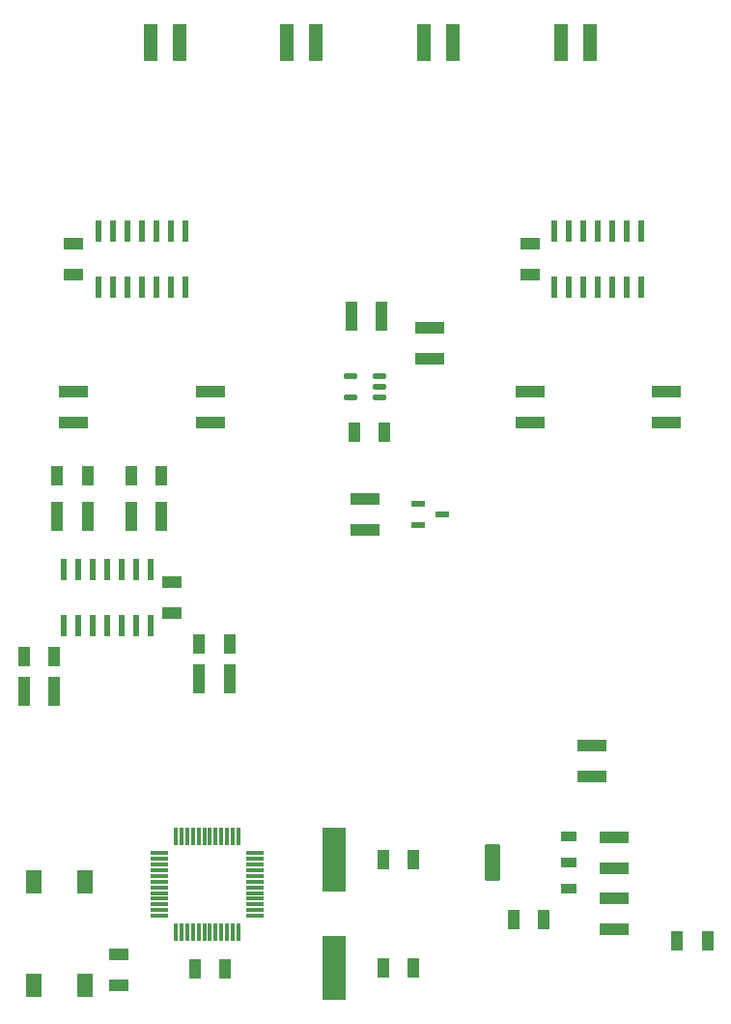
<source format=gbp>
G04*
G04 #@! TF.GenerationSoftware,Altium Limited,Altium Designer,20.1.8 (145)*
G04*
G04 Layer_Color=128*
%FSLAX25Y25*%
%MOIN*%
G70*
G04*
G04 #@! TF.SameCoordinates,8B47BC37-8199-49A1-8C2A-9A070CC082B9*
G04*
G04*
G04 #@! TF.FilePolarity,Positive*
G04*
G01*
G75*
%ADD14R,0.10236X0.04331*%
%ADD15R,0.06693X0.04331*%
%ADD16R,0.05000X0.12520*%
%ADD33R,0.04331X0.06693*%
G04:AMPARAMS|DCode=34|XSize=127.56mil|YSize=51.58mil|CornerRadius=3.87mil|HoleSize=0mil|Usage=FLASHONLY|Rotation=270.000|XOffset=0mil|YOffset=0mil|HoleType=Round|Shape=RoundedRectangle|*
%AMROUNDEDRECTD34*
21,1,0.12756,0.04384,0,0,270.0*
21,1,0.11982,0.05158,0,0,270.0*
1,1,0.00774,-0.02192,-0.05991*
1,1,0.00774,-0.02192,0.05991*
1,1,0.00774,0.02192,0.05991*
1,1,0.00774,0.02192,-0.05991*
%
%ADD34ROUNDEDRECTD34*%
G04:AMPARAMS|DCode=35|XSize=36.61mil|YSize=51.58mil|CornerRadius=2.75mil|HoleSize=0mil|Usage=FLASHONLY|Rotation=270.000|XOffset=0mil|YOffset=0mil|HoleType=Round|Shape=RoundedRectangle|*
%AMROUNDEDRECTD35*
21,1,0.03661,0.04608,0,0,270.0*
21,1,0.03112,0.05158,0,0,270.0*
1,1,0.00549,-0.02304,-0.01556*
1,1,0.00549,-0.02304,0.01556*
1,1,0.00549,0.02304,0.01556*
1,1,0.00549,0.02304,-0.01556*
%
%ADD35ROUNDEDRECTD35*%
%ADD36R,0.08300X0.22000*%
G04:AMPARAMS|DCode=37|XSize=11.02mil|YSize=61.42mil|CornerRadius=2.76mil|HoleSize=0mil|Usage=FLASHONLY|Rotation=180.000|XOffset=0mil|YOffset=0mil|HoleType=Round|Shape=RoundedRectangle|*
%AMROUNDEDRECTD37*
21,1,0.01102,0.05591,0,0,180.0*
21,1,0.00551,0.06142,0,0,180.0*
1,1,0.00551,-0.00276,0.02795*
1,1,0.00551,0.00276,0.02795*
1,1,0.00551,0.00276,-0.02795*
1,1,0.00551,-0.00276,-0.02795*
%
%ADD37ROUNDEDRECTD37*%
G04:AMPARAMS|DCode=38|XSize=11.02mil|YSize=61.42mil|CornerRadius=2.76mil|HoleSize=0mil|Usage=FLASHONLY|Rotation=90.000|XOffset=0mil|YOffset=0mil|HoleType=Round|Shape=RoundedRectangle|*
%AMROUNDEDRECTD38*
21,1,0.01102,0.05591,0,0,90.0*
21,1,0.00551,0.06142,0,0,90.0*
1,1,0.00551,0.02795,0.00276*
1,1,0.00551,0.02795,-0.00276*
1,1,0.00551,-0.02795,-0.00276*
1,1,0.00551,-0.02795,0.00276*
%
%ADD38ROUNDEDRECTD38*%
G04:AMPARAMS|DCode=39|XSize=47.64mil|YSize=23.23mil|CornerRadius=5.81mil|HoleSize=0mil|Usage=FLASHONLY|Rotation=180.000|XOffset=0mil|YOffset=0mil|HoleType=Round|Shape=RoundedRectangle|*
%AMROUNDEDRECTD39*
21,1,0.04764,0.01161,0,0,180.0*
21,1,0.03602,0.02323,0,0,180.0*
1,1,0.01161,-0.01801,0.00581*
1,1,0.01161,0.01801,0.00581*
1,1,0.01161,0.01801,-0.00581*
1,1,0.01161,-0.01801,-0.00581*
%
%ADD39ROUNDEDRECTD39*%
%ADD40R,0.04331X0.10236*%
%ADD41R,0.05118X0.02362*%
G04:AMPARAMS|DCode=42|XSize=82.68mil|YSize=54.33mil|CornerRadius=4.08mil|HoleSize=0mil|Usage=FLASHONLY|Rotation=270.000|XOffset=0mil|YOffset=0mil|HoleType=Round|Shape=RoundedRectangle|*
%AMROUNDEDRECTD42*
21,1,0.08268,0.04618,0,0,270.0*
21,1,0.07453,0.05433,0,0,270.0*
1,1,0.00815,-0.02309,-0.03726*
1,1,0.00815,-0.02309,0.03726*
1,1,0.00815,0.02309,0.03726*
1,1,0.00815,0.02309,-0.03726*
%
%ADD42ROUNDEDRECTD42*%
%ADD43R,0.02000X0.07800*%
D14*
X224500Y362815D02*
D03*
Y352185D02*
D03*
X310500Y235685D02*
D03*
Y246315D02*
D03*
Y214685D02*
D03*
Y225315D02*
D03*
X247000Y421815D02*
D03*
Y411185D02*
D03*
X281354Y389134D02*
D03*
X328598D02*
D03*
X123874D02*
D03*
X171118D02*
D03*
X303000Y277815D02*
D03*
Y267185D02*
D03*
X171118Y399764D02*
D03*
X123874D02*
D03*
X328598D02*
D03*
X281354D02*
D03*
D15*
X139500Y205815D02*
D03*
Y195185D02*
D03*
X281354Y440315D02*
D03*
Y450945D02*
D03*
X123874Y440315D02*
D03*
Y450945D02*
D03*
X158000Y323685D02*
D03*
Y334315D02*
D03*
D16*
X160366Y520189D02*
D03*
X150366D02*
D03*
X197610D02*
D03*
X207610D02*
D03*
X254854D02*
D03*
X244854D02*
D03*
X292098D02*
D03*
X302098D02*
D03*
X160366D02*
D03*
X150366D02*
D03*
X197610D02*
D03*
X207610D02*
D03*
X254854D02*
D03*
X244854D02*
D03*
X292098D02*
D03*
X302098D02*
D03*
D33*
X342815Y210500D02*
D03*
X332185D02*
D03*
X231315Y386000D02*
D03*
X220685D02*
D03*
X176315Y201000D02*
D03*
X165685D02*
D03*
X275685Y218000D02*
D03*
X286315D02*
D03*
X106685Y308500D02*
D03*
X117315D02*
D03*
X241315Y238701D02*
D03*
X230685D02*
D03*
X241315Y201299D02*
D03*
X230685D02*
D03*
X128815Y371000D02*
D03*
X118185D02*
D03*
X154315D02*
D03*
X143685D02*
D03*
X167185Y313000D02*
D03*
X177815D02*
D03*
D34*
X268500Y237500D02*
D03*
D35*
X294838Y228484D02*
D03*
Y237500D02*
D03*
Y246516D02*
D03*
D36*
X214000Y201300D02*
D03*
Y238700D02*
D03*
D37*
X169016Y246457D02*
D03*
X170984D02*
D03*
X174921D02*
D03*
X176890D02*
D03*
X180827Y213543D02*
D03*
X178858D02*
D03*
X176890D02*
D03*
X174921D02*
D03*
X172953D02*
D03*
X170984D02*
D03*
X169016D02*
D03*
X167047D02*
D03*
X165079D02*
D03*
X163110D02*
D03*
X161142D02*
D03*
X159173D02*
D03*
Y246457D02*
D03*
X161142D02*
D03*
X163110D02*
D03*
X165079D02*
D03*
X167047D02*
D03*
X172953D02*
D03*
X178858D02*
D03*
X180827D02*
D03*
D38*
X186457Y240827D02*
D03*
Y238858D02*
D03*
Y236890D02*
D03*
Y234921D02*
D03*
Y232953D02*
D03*
Y230984D02*
D03*
Y229016D02*
D03*
Y227047D02*
D03*
Y225079D02*
D03*
Y223110D02*
D03*
Y221142D02*
D03*
Y219173D02*
D03*
X153543D02*
D03*
Y221142D02*
D03*
Y223110D02*
D03*
Y225079D02*
D03*
Y227047D02*
D03*
Y229016D02*
D03*
Y230984D02*
D03*
Y232953D02*
D03*
Y234921D02*
D03*
Y236890D02*
D03*
Y238858D02*
D03*
Y240827D02*
D03*
D39*
X219559Y405240D02*
D03*
Y397760D02*
D03*
X229441D02*
D03*
Y401500D02*
D03*
Y405240D02*
D03*
D40*
X219685Y426000D02*
D03*
X230315D02*
D03*
X167185Y301000D02*
D03*
X177815D02*
D03*
X117315Y296500D02*
D03*
X106685D02*
D03*
X154315Y357000D02*
D03*
X143685D02*
D03*
X128815D02*
D03*
X118185D02*
D03*
D41*
X242866Y353760D02*
D03*
Y361240D02*
D03*
X251134Y357500D02*
D03*
D42*
X110181Y195087D02*
D03*
X127819D02*
D03*
X110181Y230913D02*
D03*
X127819D02*
D03*
D43*
X150500Y338700D02*
D03*
X145500D02*
D03*
X140500D02*
D03*
X135500D02*
D03*
X130500D02*
D03*
X125500D02*
D03*
X120500D02*
D03*
Y319300D02*
D03*
X125500D02*
D03*
X130500D02*
D03*
X135500D02*
D03*
X140500D02*
D03*
X145500D02*
D03*
X150500D02*
D03*
X132496Y435930D02*
D03*
X137496D02*
D03*
X142496D02*
D03*
X147496D02*
D03*
X152496D02*
D03*
X157496D02*
D03*
X162496D02*
D03*
Y455330D02*
D03*
X157496D02*
D03*
X152496D02*
D03*
X147496D02*
D03*
X142496D02*
D03*
X137496D02*
D03*
X132496D02*
D03*
X289976D02*
D03*
X294976D02*
D03*
X299976D02*
D03*
X304976D02*
D03*
X309976D02*
D03*
X314976D02*
D03*
X319976D02*
D03*
Y435930D02*
D03*
X314976D02*
D03*
X309976D02*
D03*
X304976D02*
D03*
X299976D02*
D03*
X294976D02*
D03*
X289976D02*
D03*
M02*

</source>
